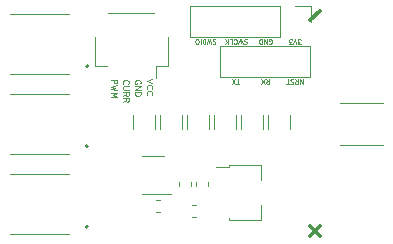
<source format=gbr>
%TF.GenerationSoftware,KiCad,Pcbnew,(5.1.6-0-10_14)*%
%TF.CreationDate,2021-03-16T08:34:44-04:00*%
%TF.ProjectId,F051_ESC,46303531-5f45-4534-932e-6b696361645f,rev?*%
%TF.SameCoordinates,Original*%
%TF.FileFunction,Legend,Top*%
%TF.FilePolarity,Positive*%
%FSLAX46Y46*%
G04 Gerber Fmt 4.6, Leading zero omitted, Abs format (unit mm)*
G04 Created by KiCad (PCBNEW (5.1.6-0-10_14)) date 2021-03-16 08:34:44*
%MOMM*%
%LPD*%
G01*
G04 APERTURE LIST*
%ADD10C,0.100000*%
%ADD11C,0.125000*%
%ADD12C,0.375000*%
%ADD13C,0.120000*%
%ADD14C,0.200000*%
G04 APERTURE END LIST*
D10*
X245394761Y-76599047D02*
X245166190Y-76599047D01*
X245280476Y-76199047D02*
X245280476Y-76599047D01*
X245070952Y-76599047D02*
X244804285Y-76199047D01*
X244804285Y-76599047D02*
X245070952Y-76199047D01*
X247696666Y-76199047D02*
X247830000Y-76389523D01*
X247925238Y-76199047D02*
X247925238Y-76599047D01*
X247772857Y-76599047D01*
X247734761Y-76580000D01*
X247715714Y-76560952D01*
X247696666Y-76522857D01*
X247696666Y-76465714D01*
X247715714Y-76427619D01*
X247734761Y-76408571D01*
X247772857Y-76389523D01*
X247925238Y-76389523D01*
X247563333Y-76599047D02*
X247296666Y-76199047D01*
X247296666Y-76599047D02*
X247563333Y-76199047D01*
X250777142Y-76199047D02*
X250777142Y-76599047D01*
X250548571Y-76199047D01*
X250548571Y-76599047D01*
X250129523Y-76199047D02*
X250262857Y-76389523D01*
X250358095Y-76199047D02*
X250358095Y-76599047D01*
X250205714Y-76599047D01*
X250167619Y-76580000D01*
X250148571Y-76560952D01*
X250129523Y-76522857D01*
X250129523Y-76465714D01*
X250148571Y-76427619D01*
X250167619Y-76408571D01*
X250205714Y-76389523D01*
X250358095Y-76389523D01*
X249977142Y-76218095D02*
X249920000Y-76199047D01*
X249824761Y-76199047D01*
X249786666Y-76218095D01*
X249767619Y-76237142D01*
X249748571Y-76275238D01*
X249748571Y-76313333D01*
X249767619Y-76351428D01*
X249786666Y-76370476D01*
X249824761Y-76389523D01*
X249900952Y-76408571D01*
X249939047Y-76427619D01*
X249958095Y-76446666D01*
X249977142Y-76484761D01*
X249977142Y-76522857D01*
X249958095Y-76560952D01*
X249939047Y-76580000D01*
X249900952Y-76599047D01*
X249805714Y-76599047D01*
X249748571Y-76580000D01*
X249634285Y-76599047D02*
X249405714Y-76599047D01*
X249520000Y-76199047D02*
X249520000Y-76599047D01*
X250615238Y-73219047D02*
X250367619Y-73219047D01*
X250500952Y-73066666D01*
X250443809Y-73066666D01*
X250405714Y-73047619D01*
X250386666Y-73028571D01*
X250367619Y-72990476D01*
X250367619Y-72895238D01*
X250386666Y-72857142D01*
X250405714Y-72838095D01*
X250443809Y-72819047D01*
X250558095Y-72819047D01*
X250596190Y-72838095D01*
X250615238Y-72857142D01*
X250253333Y-73219047D02*
X250120000Y-72819047D01*
X249986666Y-73219047D01*
X249891428Y-73219047D02*
X249643809Y-73219047D01*
X249777142Y-73066666D01*
X249720000Y-73066666D01*
X249681904Y-73047619D01*
X249662857Y-73028571D01*
X249643809Y-72990476D01*
X249643809Y-72895238D01*
X249662857Y-72857142D01*
X249681904Y-72838095D01*
X249720000Y-72819047D01*
X249834285Y-72819047D01*
X249872380Y-72838095D01*
X249891428Y-72857142D01*
X247934761Y-73200000D02*
X247972857Y-73219047D01*
X248030000Y-73219047D01*
X248087142Y-73200000D01*
X248125238Y-73161904D01*
X248144285Y-73123809D01*
X248163333Y-73047619D01*
X248163333Y-72990476D01*
X248144285Y-72914285D01*
X248125238Y-72876190D01*
X248087142Y-72838095D01*
X248030000Y-72819047D01*
X247991904Y-72819047D01*
X247934761Y-72838095D01*
X247915714Y-72857142D01*
X247915714Y-72990476D01*
X247991904Y-72990476D01*
X247744285Y-72819047D02*
X247744285Y-73219047D01*
X247515714Y-72819047D01*
X247515714Y-73219047D01*
X247325238Y-72819047D02*
X247325238Y-73219047D01*
X247230000Y-73219047D01*
X247172857Y-73200000D01*
X247134761Y-73161904D01*
X247115714Y-73123809D01*
X247096666Y-73047619D01*
X247096666Y-72990476D01*
X247115714Y-72914285D01*
X247134761Y-72876190D01*
X247172857Y-72838095D01*
X247230000Y-72819047D01*
X247325238Y-72819047D01*
X246054761Y-72838095D02*
X245997619Y-72819047D01*
X245902380Y-72819047D01*
X245864285Y-72838095D01*
X245845238Y-72857142D01*
X245826190Y-72895238D01*
X245826190Y-72933333D01*
X245845238Y-72971428D01*
X245864285Y-72990476D01*
X245902380Y-73009523D01*
X245978571Y-73028571D01*
X246016666Y-73047619D01*
X246035714Y-73066666D01*
X246054761Y-73104761D01*
X246054761Y-73142857D01*
X246035714Y-73180952D01*
X246016666Y-73200000D01*
X245978571Y-73219047D01*
X245883333Y-73219047D01*
X245826190Y-73200000D01*
X245692857Y-73219047D02*
X245597619Y-72819047D01*
X245521428Y-73104761D01*
X245445238Y-72819047D01*
X245350000Y-73219047D01*
X244969047Y-72857142D02*
X244988095Y-72838095D01*
X245045238Y-72819047D01*
X245083333Y-72819047D01*
X245140476Y-72838095D01*
X245178571Y-72876190D01*
X245197619Y-72914285D01*
X245216666Y-72990476D01*
X245216666Y-73047619D01*
X245197619Y-73123809D01*
X245178571Y-73161904D01*
X245140476Y-73200000D01*
X245083333Y-73219047D01*
X245045238Y-73219047D01*
X244988095Y-73200000D01*
X244969047Y-73180952D01*
X244607142Y-72819047D02*
X244797619Y-72819047D01*
X244797619Y-73219047D01*
X244473809Y-72819047D02*
X244473809Y-73219047D01*
X244245238Y-72819047D02*
X244416666Y-73047619D01*
X244245238Y-73219047D02*
X244473809Y-72990476D01*
X243397619Y-72838095D02*
X243340476Y-72819047D01*
X243245238Y-72819047D01*
X243207142Y-72838095D01*
X243188095Y-72857142D01*
X243169047Y-72895238D01*
X243169047Y-72933333D01*
X243188095Y-72971428D01*
X243207142Y-72990476D01*
X243245238Y-73009523D01*
X243321428Y-73028571D01*
X243359523Y-73047619D01*
X243378571Y-73066666D01*
X243397619Y-73104761D01*
X243397619Y-73142857D01*
X243378571Y-73180952D01*
X243359523Y-73200000D01*
X243321428Y-73219047D01*
X243226190Y-73219047D01*
X243169047Y-73200000D01*
X243035714Y-73219047D02*
X242940476Y-72819047D01*
X242864285Y-73104761D01*
X242788095Y-72819047D01*
X242692857Y-73219047D01*
X242540476Y-72819047D02*
X242540476Y-73219047D01*
X242445238Y-73219047D01*
X242388095Y-73200000D01*
X242350000Y-73161904D01*
X242330952Y-73123809D01*
X242311904Y-73047619D01*
X242311904Y-72990476D01*
X242330952Y-72914285D01*
X242350000Y-72876190D01*
X242388095Y-72838095D01*
X242445238Y-72819047D01*
X242540476Y-72819047D01*
X242140476Y-72819047D02*
X242140476Y-73219047D01*
X241873809Y-73219047D02*
X241797619Y-73219047D01*
X241759523Y-73200000D01*
X241721428Y-73161904D01*
X241702380Y-73085714D01*
X241702380Y-72952380D01*
X241721428Y-72876190D01*
X241759523Y-72838095D01*
X241797619Y-72819047D01*
X241873809Y-72819047D01*
X241911904Y-72838095D01*
X241950000Y-72876190D01*
X241969047Y-72952380D01*
X241969047Y-73085714D01*
X241950000Y-73161904D01*
X241911904Y-73200000D01*
X241873809Y-73219047D01*
D11*
X234563809Y-76277619D02*
X235063809Y-76277619D01*
X235063809Y-76468095D01*
X235040000Y-76515714D01*
X235016190Y-76539523D01*
X234968571Y-76563333D01*
X234897142Y-76563333D01*
X234849523Y-76539523D01*
X234825714Y-76515714D01*
X234801904Y-76468095D01*
X234801904Y-76277619D01*
X235063809Y-76730000D02*
X234563809Y-76849047D01*
X234920952Y-76944285D01*
X234563809Y-77039523D01*
X235063809Y-77158571D01*
X234563809Y-77349047D02*
X235063809Y-77349047D01*
X234706666Y-77515714D01*
X235063809Y-77682380D01*
X234563809Y-77682380D01*
X235611428Y-76592857D02*
X235587619Y-76569047D01*
X235563809Y-76497619D01*
X235563809Y-76450000D01*
X235587619Y-76378571D01*
X235635238Y-76330952D01*
X235682857Y-76307142D01*
X235778095Y-76283333D01*
X235849523Y-76283333D01*
X235944761Y-76307142D01*
X235992380Y-76330952D01*
X236040000Y-76378571D01*
X236063809Y-76450000D01*
X236063809Y-76497619D01*
X236040000Y-76569047D01*
X236016190Y-76592857D01*
X236063809Y-76807142D02*
X235659047Y-76807142D01*
X235611428Y-76830952D01*
X235587619Y-76854761D01*
X235563809Y-76902380D01*
X235563809Y-76997619D01*
X235587619Y-77045238D01*
X235611428Y-77069047D01*
X235659047Y-77092857D01*
X236063809Y-77092857D01*
X235563809Y-77616666D02*
X235801904Y-77450000D01*
X235563809Y-77330952D02*
X236063809Y-77330952D01*
X236063809Y-77521428D01*
X236040000Y-77569047D01*
X236016190Y-77592857D01*
X235968571Y-77616666D01*
X235897142Y-77616666D01*
X235849523Y-77592857D01*
X235825714Y-77569047D01*
X235801904Y-77521428D01*
X235801904Y-77330952D01*
X235563809Y-78116666D02*
X235801904Y-77950000D01*
X235563809Y-77830952D02*
X236063809Y-77830952D01*
X236063809Y-78021428D01*
X236040000Y-78069047D01*
X236016190Y-78092857D01*
X235968571Y-78116666D01*
X235897142Y-78116666D01*
X235849523Y-78092857D01*
X235825714Y-78069047D01*
X235801904Y-78021428D01*
X235801904Y-77830952D01*
X237040000Y-76569047D02*
X237063809Y-76521428D01*
X237063809Y-76450000D01*
X237040000Y-76378571D01*
X236992380Y-76330952D01*
X236944761Y-76307142D01*
X236849523Y-76283333D01*
X236778095Y-76283333D01*
X236682857Y-76307142D01*
X236635238Y-76330952D01*
X236587619Y-76378571D01*
X236563809Y-76450000D01*
X236563809Y-76497619D01*
X236587619Y-76569047D01*
X236611428Y-76592857D01*
X236778095Y-76592857D01*
X236778095Y-76497619D01*
X236563809Y-76807142D02*
X237063809Y-76807142D01*
X236563809Y-77092857D01*
X237063809Y-77092857D01*
X236563809Y-77330952D02*
X237063809Y-77330952D01*
X237063809Y-77450000D01*
X237040000Y-77521428D01*
X236992380Y-77569047D01*
X236944761Y-77592857D01*
X236849523Y-77616666D01*
X236778095Y-77616666D01*
X236682857Y-77592857D01*
X236635238Y-77569047D01*
X236587619Y-77521428D01*
X236563809Y-77450000D01*
X236563809Y-77330952D01*
X238063809Y-76233333D02*
X237563809Y-76400000D01*
X238063809Y-76566666D01*
X237611428Y-77019047D02*
X237587619Y-76995238D01*
X237563809Y-76923809D01*
X237563809Y-76876190D01*
X237587619Y-76804761D01*
X237635238Y-76757142D01*
X237682857Y-76733333D01*
X237778095Y-76709523D01*
X237849523Y-76709523D01*
X237944761Y-76733333D01*
X237992380Y-76757142D01*
X238040000Y-76804761D01*
X238063809Y-76876190D01*
X238063809Y-76923809D01*
X238040000Y-76995238D01*
X238016190Y-77019047D01*
X237611428Y-77519047D02*
X237587619Y-77495238D01*
X237563809Y-77423809D01*
X237563809Y-77376190D01*
X237587619Y-77304761D01*
X237635238Y-77257142D01*
X237682857Y-77233333D01*
X237778095Y-77209523D01*
X237849523Y-77209523D01*
X237944761Y-77233333D01*
X237992380Y-77257142D01*
X238040000Y-77304761D01*
X238063809Y-77376190D01*
X238063809Y-77423809D01*
X238040000Y-77495238D01*
X238016190Y-77519047D01*
D12*
X252229822Y-70421700D02*
X251421700Y-71229822D01*
X252229822Y-88671700D02*
X251421700Y-89479822D01*
X252229822Y-89479822D02*
X251421700Y-88671700D01*
D13*
%TO.C,J3*%
X241220000Y-70000000D02*
X241220000Y-72660000D01*
X248900000Y-70000000D02*
X241220000Y-70000000D01*
X248900000Y-72660000D02*
X241220000Y-72660000D01*
X248900000Y-70000000D02*
X248900000Y-72660000D01*
X250170000Y-70000000D02*
X251500000Y-70000000D01*
X251500000Y-70000000D02*
X251500000Y-71330000D01*
D14*
%TO.C,Q6*%
X232600000Y-88700000D02*
G75*
G03*
X232600000Y-88700000I-100000J0D01*
G01*
D10*
X231000000Y-89350000D02*
X226000000Y-89350000D01*
X231000000Y-84250000D02*
X226000000Y-84250000D01*
D13*
%TO.C,J6*%
X243760000Y-73380000D02*
X243760000Y-76040000D01*
X251440000Y-73380000D02*
X243760000Y-73380000D01*
X251440000Y-76040000D02*
X243760000Y-76040000D01*
X251440000Y-73380000D02*
X251440000Y-76040000D01*
%TO.C,J2*%
X239380000Y-72595000D02*
X239380000Y-75095000D01*
X239380000Y-75095000D02*
X238330000Y-75095000D01*
X238330000Y-75095000D02*
X238330000Y-76085000D01*
X233160000Y-72595000D02*
X233160000Y-75095000D01*
X233160000Y-75095000D02*
X234210000Y-75095000D01*
X238210000Y-70625000D02*
X234330000Y-70625000D01*
%TO.C,C20*%
X236420000Y-80422064D02*
X236420000Y-79217936D01*
X238240000Y-80422064D02*
X238240000Y-79217936D01*
%TO.C,U4*%
X239010000Y-82720000D02*
X237210000Y-82720000D01*
X237210000Y-85940000D02*
X239660000Y-85940000D01*
%TO.C,R1*%
X257580000Y-78200000D02*
X253980000Y-78200000D01*
X257580000Y-81800000D02*
X253980000Y-81800000D01*
%TO.C,U3*%
X247290000Y-86860000D02*
X247290000Y-88170000D01*
X247290000Y-88170000D02*
X244570000Y-88170000D01*
X243430000Y-83680000D02*
X244570000Y-83680000D01*
X247290000Y-83450000D02*
X247290000Y-84760000D01*
X244570000Y-83450000D02*
X247290000Y-83450000D01*
X244570000Y-83450000D02*
X244570000Y-83680000D01*
X244570000Y-88170000D02*
X244570000Y-87940000D01*
%TO.C,C5*%
X241790000Y-84937221D02*
X241790000Y-85262779D01*
X242810000Y-84937221D02*
X242810000Y-85262779D01*
%TO.C,C4*%
X241712779Y-86850000D02*
X241387221Y-86850000D01*
X241712779Y-87870000D02*
X241387221Y-87870000D01*
%TO.C,C24*%
X238367221Y-86400000D02*
X238692779Y-86400000D01*
X238367221Y-87420000D02*
X238692779Y-87420000D01*
%TO.C,C22*%
X241300000Y-84937221D02*
X241300000Y-85262779D01*
X240280000Y-84937221D02*
X240280000Y-85262779D01*
%TO.C,C21*%
X247870000Y-80422064D02*
X247870000Y-79217936D01*
X249690000Y-80422064D02*
X249690000Y-79217936D01*
%TO.C,C19*%
X245580000Y-80422064D02*
X245580000Y-79217936D01*
X247400000Y-80422064D02*
X247400000Y-79217936D01*
%TO.C,C18*%
X238710000Y-80422064D02*
X238710000Y-79217936D01*
X240530000Y-80422064D02*
X240530000Y-79217936D01*
%TO.C,C17*%
X243290000Y-80422064D02*
X243290000Y-79217936D01*
X245110000Y-80422064D02*
X245110000Y-79217936D01*
%TO.C,C16*%
X241000000Y-80422064D02*
X241000000Y-79217936D01*
X242820000Y-80422064D02*
X242820000Y-79217936D01*
D14*
%TO.C,Q4*%
X232600000Y-81900000D02*
G75*
G03*
X232600000Y-81900000I-100000J0D01*
G01*
D10*
X231000000Y-82550000D02*
X226000000Y-82550000D01*
X231000000Y-77450000D02*
X226000000Y-77450000D01*
D14*
%TO.C,Q2*%
X232640000Y-75100000D02*
G75*
G03*
X232640000Y-75100000I-100000J0D01*
G01*
D10*
X231040000Y-75750000D02*
X226040000Y-75750000D01*
X231040000Y-70650000D02*
X226040000Y-70650000D01*
%TD*%
M02*

</source>
